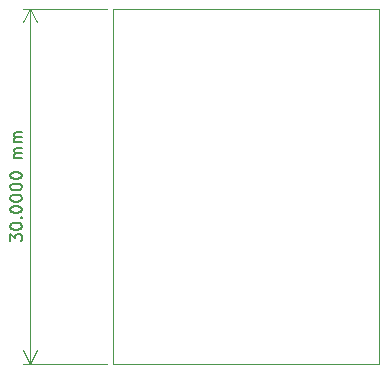
<source format=gm1>
G04 #@! TF.GenerationSoftware,KiCad,Pcbnew,7.0.7-7.0.7~ubuntu22.04.1*
G04 #@! TF.CreationDate,2023-10-15T17:41:28+01:00*
G04 #@! TF.ProjectId,USB_distri,5553425f-6469-4737-9472-692e6b696361,rev?*
G04 #@! TF.SameCoordinates,Original*
G04 #@! TF.FileFunction,Profile,NP*
%FSLAX46Y46*%
G04 Gerber Fmt 4.6, Leading zero omitted, Abs format (unit mm)*
G04 Created by KiCad (PCBNEW 7.0.7-7.0.7~ubuntu22.04.1) date 2023-10-15 17:41:28*
%MOMM*%
%LPD*%
G01*
G04 APERTURE LIST*
G04 #@! TA.AperFunction,Profile*
%ADD10C,0.100000*%
G04 #@! TD*
%ADD11C,0.150000*%
G04 APERTURE END LIST*
D10*
X134800000Y-58400000D02*
X157300000Y-58400000D01*
X157300000Y-88400000D01*
X134800000Y-88400000D01*
X134800000Y-58400000D01*
D11*
X126104819Y-78066665D02*
X126104819Y-77447618D01*
X126104819Y-77447618D02*
X126485771Y-77780951D01*
X126485771Y-77780951D02*
X126485771Y-77638094D01*
X126485771Y-77638094D02*
X126533390Y-77542856D01*
X126533390Y-77542856D02*
X126581009Y-77495237D01*
X126581009Y-77495237D02*
X126676247Y-77447618D01*
X126676247Y-77447618D02*
X126914342Y-77447618D01*
X126914342Y-77447618D02*
X127009580Y-77495237D01*
X127009580Y-77495237D02*
X127057200Y-77542856D01*
X127057200Y-77542856D02*
X127104819Y-77638094D01*
X127104819Y-77638094D02*
X127104819Y-77923808D01*
X127104819Y-77923808D02*
X127057200Y-78019046D01*
X127057200Y-78019046D02*
X127009580Y-78066665D01*
X126104819Y-76828570D02*
X126104819Y-76733332D01*
X126104819Y-76733332D02*
X126152438Y-76638094D01*
X126152438Y-76638094D02*
X126200057Y-76590475D01*
X126200057Y-76590475D02*
X126295295Y-76542856D01*
X126295295Y-76542856D02*
X126485771Y-76495237D01*
X126485771Y-76495237D02*
X126723866Y-76495237D01*
X126723866Y-76495237D02*
X126914342Y-76542856D01*
X126914342Y-76542856D02*
X127009580Y-76590475D01*
X127009580Y-76590475D02*
X127057200Y-76638094D01*
X127057200Y-76638094D02*
X127104819Y-76733332D01*
X127104819Y-76733332D02*
X127104819Y-76828570D01*
X127104819Y-76828570D02*
X127057200Y-76923808D01*
X127057200Y-76923808D02*
X127009580Y-76971427D01*
X127009580Y-76971427D02*
X126914342Y-77019046D01*
X126914342Y-77019046D02*
X126723866Y-77066665D01*
X126723866Y-77066665D02*
X126485771Y-77066665D01*
X126485771Y-77066665D02*
X126295295Y-77019046D01*
X126295295Y-77019046D02*
X126200057Y-76971427D01*
X126200057Y-76971427D02*
X126152438Y-76923808D01*
X126152438Y-76923808D02*
X126104819Y-76828570D01*
X127009580Y-76066665D02*
X127057200Y-76019046D01*
X127057200Y-76019046D02*
X127104819Y-76066665D01*
X127104819Y-76066665D02*
X127057200Y-76114284D01*
X127057200Y-76114284D02*
X127009580Y-76066665D01*
X127009580Y-76066665D02*
X127104819Y-76066665D01*
X126104819Y-75399999D02*
X126104819Y-75304761D01*
X126104819Y-75304761D02*
X126152438Y-75209523D01*
X126152438Y-75209523D02*
X126200057Y-75161904D01*
X126200057Y-75161904D02*
X126295295Y-75114285D01*
X126295295Y-75114285D02*
X126485771Y-75066666D01*
X126485771Y-75066666D02*
X126723866Y-75066666D01*
X126723866Y-75066666D02*
X126914342Y-75114285D01*
X126914342Y-75114285D02*
X127009580Y-75161904D01*
X127009580Y-75161904D02*
X127057200Y-75209523D01*
X127057200Y-75209523D02*
X127104819Y-75304761D01*
X127104819Y-75304761D02*
X127104819Y-75399999D01*
X127104819Y-75399999D02*
X127057200Y-75495237D01*
X127057200Y-75495237D02*
X127009580Y-75542856D01*
X127009580Y-75542856D02*
X126914342Y-75590475D01*
X126914342Y-75590475D02*
X126723866Y-75638094D01*
X126723866Y-75638094D02*
X126485771Y-75638094D01*
X126485771Y-75638094D02*
X126295295Y-75590475D01*
X126295295Y-75590475D02*
X126200057Y-75542856D01*
X126200057Y-75542856D02*
X126152438Y-75495237D01*
X126152438Y-75495237D02*
X126104819Y-75399999D01*
X126104819Y-74447618D02*
X126104819Y-74352380D01*
X126104819Y-74352380D02*
X126152438Y-74257142D01*
X126152438Y-74257142D02*
X126200057Y-74209523D01*
X126200057Y-74209523D02*
X126295295Y-74161904D01*
X126295295Y-74161904D02*
X126485771Y-74114285D01*
X126485771Y-74114285D02*
X126723866Y-74114285D01*
X126723866Y-74114285D02*
X126914342Y-74161904D01*
X126914342Y-74161904D02*
X127009580Y-74209523D01*
X127009580Y-74209523D02*
X127057200Y-74257142D01*
X127057200Y-74257142D02*
X127104819Y-74352380D01*
X127104819Y-74352380D02*
X127104819Y-74447618D01*
X127104819Y-74447618D02*
X127057200Y-74542856D01*
X127057200Y-74542856D02*
X127009580Y-74590475D01*
X127009580Y-74590475D02*
X126914342Y-74638094D01*
X126914342Y-74638094D02*
X126723866Y-74685713D01*
X126723866Y-74685713D02*
X126485771Y-74685713D01*
X126485771Y-74685713D02*
X126295295Y-74638094D01*
X126295295Y-74638094D02*
X126200057Y-74590475D01*
X126200057Y-74590475D02*
X126152438Y-74542856D01*
X126152438Y-74542856D02*
X126104819Y-74447618D01*
X126104819Y-73495237D02*
X126104819Y-73399999D01*
X126104819Y-73399999D02*
X126152438Y-73304761D01*
X126152438Y-73304761D02*
X126200057Y-73257142D01*
X126200057Y-73257142D02*
X126295295Y-73209523D01*
X126295295Y-73209523D02*
X126485771Y-73161904D01*
X126485771Y-73161904D02*
X126723866Y-73161904D01*
X126723866Y-73161904D02*
X126914342Y-73209523D01*
X126914342Y-73209523D02*
X127009580Y-73257142D01*
X127009580Y-73257142D02*
X127057200Y-73304761D01*
X127057200Y-73304761D02*
X127104819Y-73399999D01*
X127104819Y-73399999D02*
X127104819Y-73495237D01*
X127104819Y-73495237D02*
X127057200Y-73590475D01*
X127057200Y-73590475D02*
X127009580Y-73638094D01*
X127009580Y-73638094D02*
X126914342Y-73685713D01*
X126914342Y-73685713D02*
X126723866Y-73733332D01*
X126723866Y-73733332D02*
X126485771Y-73733332D01*
X126485771Y-73733332D02*
X126295295Y-73685713D01*
X126295295Y-73685713D02*
X126200057Y-73638094D01*
X126200057Y-73638094D02*
X126152438Y-73590475D01*
X126152438Y-73590475D02*
X126104819Y-73495237D01*
X126104819Y-72542856D02*
X126104819Y-72447618D01*
X126104819Y-72447618D02*
X126152438Y-72352380D01*
X126152438Y-72352380D02*
X126200057Y-72304761D01*
X126200057Y-72304761D02*
X126295295Y-72257142D01*
X126295295Y-72257142D02*
X126485771Y-72209523D01*
X126485771Y-72209523D02*
X126723866Y-72209523D01*
X126723866Y-72209523D02*
X126914342Y-72257142D01*
X126914342Y-72257142D02*
X127009580Y-72304761D01*
X127009580Y-72304761D02*
X127057200Y-72352380D01*
X127057200Y-72352380D02*
X127104819Y-72447618D01*
X127104819Y-72447618D02*
X127104819Y-72542856D01*
X127104819Y-72542856D02*
X127057200Y-72638094D01*
X127057200Y-72638094D02*
X127009580Y-72685713D01*
X127009580Y-72685713D02*
X126914342Y-72733332D01*
X126914342Y-72733332D02*
X126723866Y-72780951D01*
X126723866Y-72780951D02*
X126485771Y-72780951D01*
X126485771Y-72780951D02*
X126295295Y-72733332D01*
X126295295Y-72733332D02*
X126200057Y-72685713D01*
X126200057Y-72685713D02*
X126152438Y-72638094D01*
X126152438Y-72638094D02*
X126104819Y-72542856D01*
X127104819Y-71019046D02*
X126438152Y-71019046D01*
X126533390Y-71019046D02*
X126485771Y-70971427D01*
X126485771Y-70971427D02*
X126438152Y-70876189D01*
X126438152Y-70876189D02*
X126438152Y-70733332D01*
X126438152Y-70733332D02*
X126485771Y-70638094D01*
X126485771Y-70638094D02*
X126581009Y-70590475D01*
X126581009Y-70590475D02*
X127104819Y-70590475D01*
X126581009Y-70590475D02*
X126485771Y-70542856D01*
X126485771Y-70542856D02*
X126438152Y-70447618D01*
X126438152Y-70447618D02*
X126438152Y-70304761D01*
X126438152Y-70304761D02*
X126485771Y-70209522D01*
X126485771Y-70209522D02*
X126581009Y-70161903D01*
X126581009Y-70161903D02*
X127104819Y-70161903D01*
X127104819Y-69685713D02*
X126438152Y-69685713D01*
X126533390Y-69685713D02*
X126485771Y-69638094D01*
X126485771Y-69638094D02*
X126438152Y-69542856D01*
X126438152Y-69542856D02*
X126438152Y-69399999D01*
X126438152Y-69399999D02*
X126485771Y-69304761D01*
X126485771Y-69304761D02*
X126581009Y-69257142D01*
X126581009Y-69257142D02*
X127104819Y-69257142D01*
X126581009Y-69257142D02*
X126485771Y-69209523D01*
X126485771Y-69209523D02*
X126438152Y-69114285D01*
X126438152Y-69114285D02*
X126438152Y-68971428D01*
X126438152Y-68971428D02*
X126485771Y-68876189D01*
X126485771Y-68876189D02*
X126581009Y-68828570D01*
X126581009Y-68828570D02*
X127104819Y-68828570D01*
D10*
X134300000Y-88400000D02*
X127213580Y-88400000D01*
X134300000Y-58400000D02*
X127213580Y-58400000D01*
X127800000Y-88400000D02*
X127800000Y-58400000D01*
X127800000Y-88400000D02*
X127800000Y-58400000D01*
X127800000Y-88400000D02*
X127213579Y-87273496D01*
X127800000Y-88400000D02*
X128386421Y-87273496D01*
X127800000Y-58400000D02*
X128386421Y-59526504D01*
X127800000Y-58400000D02*
X127213579Y-59526504D01*
M02*

</source>
